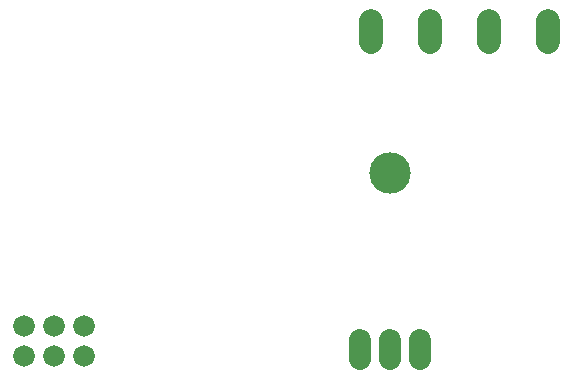
<source format=gbs>
G75*
G70*
%OFA0B0*%
%FSLAX24Y24*%
%IPPOS*%
%LPD*%
%AMOC8*
5,1,8,0,0,1.08239X$1,22.5*
%
%ADD10C,0.0720*%
%ADD11C,0.0790*%
%ADD12C,0.0720*%
%ADD13C,0.1380*%
D10*
X001880Y005894D03*
X002880Y005894D03*
X003880Y005894D03*
X003880Y006894D03*
X002880Y006894D03*
X001880Y006894D03*
D11*
X013427Y016339D02*
X013427Y017049D01*
X015396Y017049D02*
X015396Y016339D01*
X017364Y016339D02*
X017364Y017049D01*
X019333Y017049D02*
X019333Y016339D01*
D12*
X015080Y006414D02*
X015080Y005774D01*
X014080Y005774D02*
X014080Y006414D01*
X013080Y006414D02*
X013080Y005774D01*
D13*
X014080Y011994D03*
M02*

</source>
